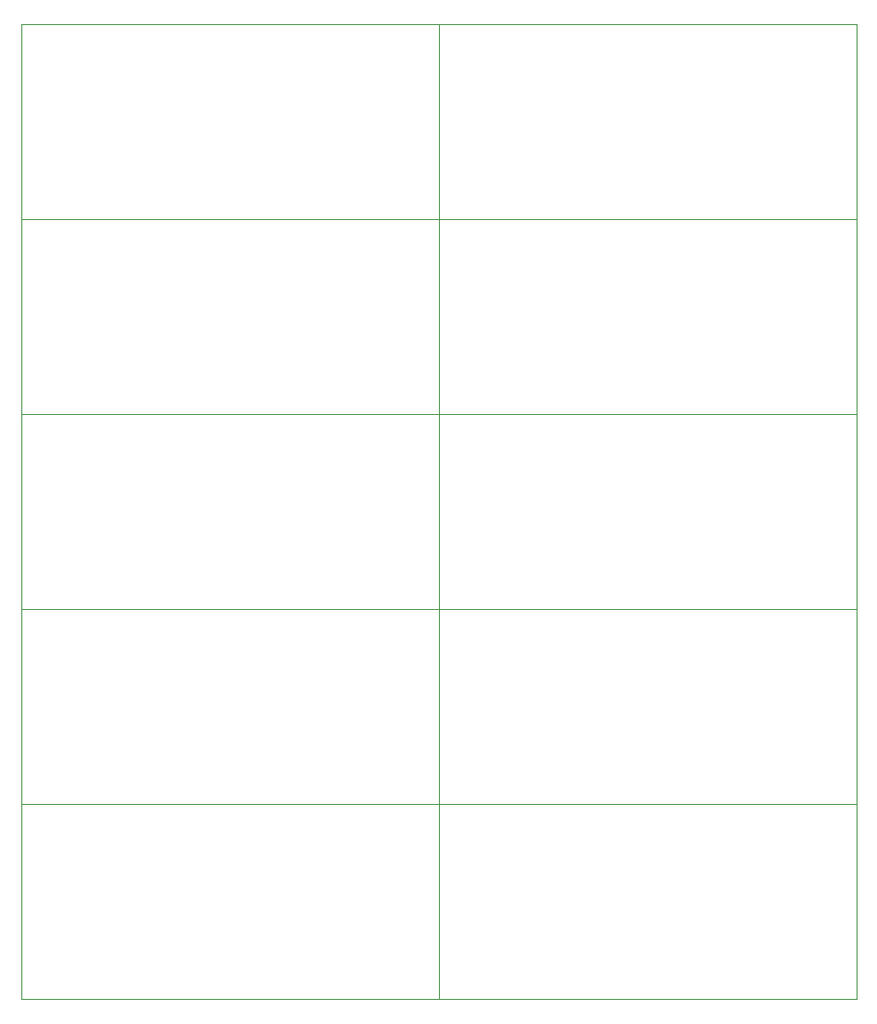
<source format=gbr>
G04 #@! TF.GenerationSoftware,KiCad,Pcbnew,5.1.5-52549c5~86~ubuntu18.04.1*
G04 #@! TF.CreationDate,2020-09-24T17:02:05-05:00*
G04 #@! TF.ProjectId,noname,6e6f6e61-6d65-42e6-9b69-6361645f7063,rev?*
G04 #@! TF.SameCoordinates,Original*
G04 #@! TF.FileFunction,Profile,NP*
%FSLAX46Y46*%
G04 Gerber Fmt 4.6, Leading zero omitted, Abs format (unit mm)*
G04 Created by KiCad (PCBNEW 5.1.5-52549c5~86~ubuntu18.04.1) date 2020-09-24 17:02:05*
%MOMM*%
%LPD*%
G04 APERTURE LIST*
%ADD10C,0.050000*%
G04 APERTURE END LIST*
D10*
X180578800Y-101280000D02*
X180578800Y-119060000D01*
X142478800Y-101280000D02*
X142478800Y-119060000D01*
X180578800Y-83500000D02*
X180578800Y-101280000D01*
X142478800Y-83500000D02*
X142478800Y-101280000D01*
X180578800Y-65720000D02*
X180578800Y-83500000D01*
X142478800Y-65720000D02*
X142478800Y-83500000D01*
X180578800Y-47940000D02*
X180578800Y-65720000D01*
X142478800Y-47940000D02*
X142478800Y-65720000D01*
X180578800Y-30160000D02*
X180578800Y-47940000D01*
X142478800Y-101280000D02*
X180578800Y-101280000D01*
X104378800Y-101280000D02*
X142478800Y-101280000D01*
X142478800Y-83500000D02*
X180578800Y-83500000D01*
X104378800Y-83500000D02*
X142478800Y-83500000D01*
X142478800Y-65720000D02*
X180578800Y-65720000D01*
X104378800Y-65720000D02*
X142478800Y-65720000D01*
X142478800Y-47940000D02*
X180578800Y-47940000D01*
X104378800Y-47940000D02*
X142478800Y-47940000D01*
X142478800Y-30160000D02*
X180578800Y-30160000D01*
X142478800Y-119060000D02*
X180578800Y-119060000D01*
X104378800Y-119060000D02*
X142478800Y-119060000D01*
X142478800Y-101280000D02*
X180578800Y-101280000D01*
X104378800Y-101280000D02*
X142478800Y-101280000D01*
X142478800Y-83500000D02*
X180578800Y-83500000D01*
X104378800Y-83500000D02*
X142478800Y-83500000D01*
X142478800Y-65720000D02*
X180578800Y-65720000D01*
X104378800Y-65720000D02*
X142478800Y-65720000D01*
X142478800Y-47940000D02*
X180578800Y-47940000D01*
X142478800Y-101280000D02*
X142478800Y-119060000D01*
X104378800Y-101280000D02*
X104378800Y-119060000D01*
X142478800Y-83500000D02*
X142478800Y-101280000D01*
X104378800Y-83500000D02*
X104378800Y-101280000D01*
X142478800Y-65720000D02*
X142478800Y-83500000D01*
X104378800Y-65720000D02*
X104378800Y-83500000D01*
X142478800Y-47940000D02*
X142478800Y-65720000D01*
X104378800Y-47940000D02*
X104378800Y-65720000D01*
X142478800Y-30160000D02*
X142478800Y-47940000D01*
X142478800Y-30160000D02*
X142478800Y-47940000D01*
X104378800Y-47940000D02*
X142478800Y-47940000D01*
X104378800Y-30160000D02*
X142478800Y-30160000D01*
X104378800Y-30160000D02*
X104378800Y-47940000D01*
M02*

</source>
